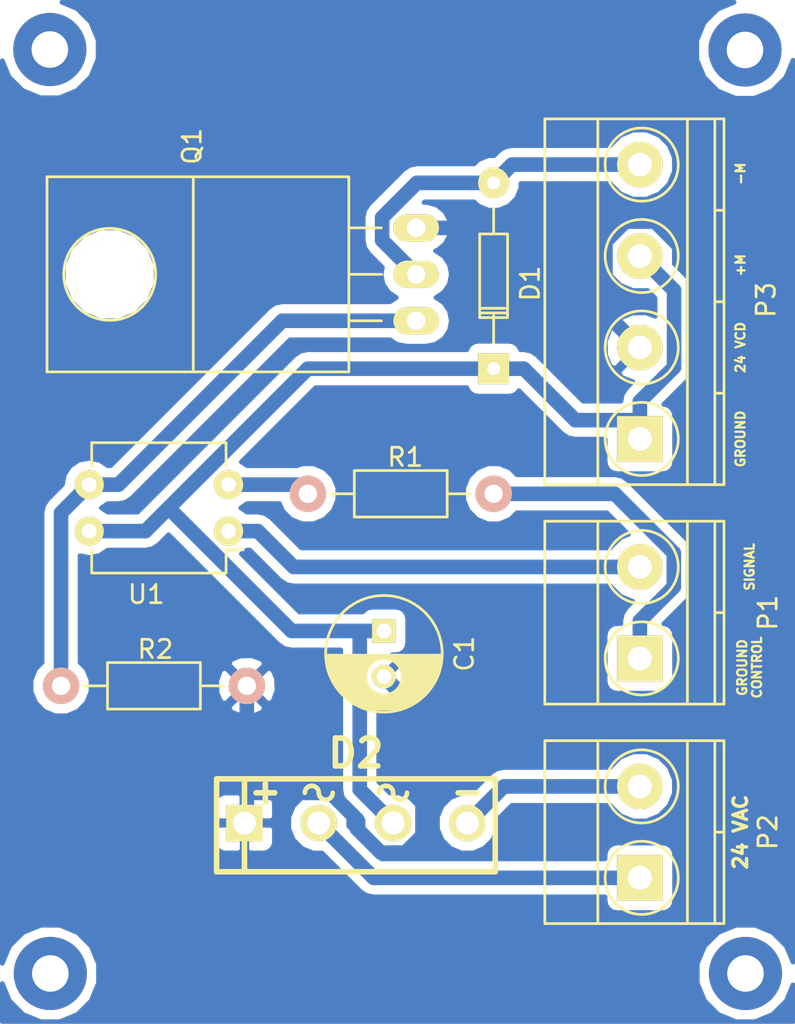
<source format=kicad_pcb>
(kicad_pcb (version 4) (host pcbnew 4.0.1-stable)

  (general
    (links 18)
    (no_connects 0)
    (area 189.180772 47 233.000001 103.000001)
    (thickness 1.6)
    (drawings 7)
    (tracks 66)
    (zones 0)
    (modules 14)
    (nets 10)
  )

  (page A4)
  (layers
    (0 F.Cu signal)
    (31 B.Cu signal)
    (32 B.Adhes user)
    (33 F.Adhes user)
    (34 B.Paste user)
    (35 F.Paste user)
    (36 B.SilkS user)
    (37 F.SilkS user)
    (38 B.Mask user)
    (39 F.Mask user)
    (40 Dwgs.User user)
    (41 Cmts.User user)
    (42 Eco1.User user)
    (43 Eco2.User user)
    (44 Edge.Cuts user)
    (45 Margin user)
    (46 B.CrtYd user)
    (47 F.CrtYd user)
    (48 B.Fab user)
    (49 F.Fab user)
  )

  (setup
    (last_trace_width 0.8)
    (trace_clearance 0.2)
    (zone_clearance 0.508)
    (zone_45_only no)
    (trace_min 0.4)
    (segment_width 0.2)
    (edge_width 0.15)
    (via_size 1.2)
    (via_drill 0.4)
    (via_min_size 0.4)
    (via_min_drill 0.3)
    (uvia_size 0.3)
    (uvia_drill 0.1)
    (uvias_allowed no)
    (uvia_min_size 0.2)
    (uvia_min_drill 0.1)
    (pcb_text_width 0.3)
    (pcb_text_size 1.5 1.5)
    (mod_edge_width 0.15)
    (mod_text_size 1 1)
    (mod_text_width 0.15)
    (pad_size 1.524 1.524)
    (pad_drill 0.762)
    (pad_to_mask_clearance 0.2)
    (aux_axis_origin 0 0)
    (visible_elements 7FFFFFFF)
    (pcbplotparams
      (layerselection 0x00030_80000001)
      (usegerberextensions false)
      (excludeedgelayer true)
      (linewidth 0.100000)
      (plotframeref false)
      (viasonmask false)
      (mode 1)
      (useauxorigin false)
      (hpglpennumber 1)
      (hpglpenspeed 20)
      (hpglpendiameter 15)
      (hpglpenoverlay 2)
      (psnegative false)
      (psa4output false)
      (plotreference true)
      (plotvalue true)
      (plotinvisibletext false)
      (padsonsilk false)
      (subtractmaskfromsilk false)
      (outputformat 1)
      (mirror false)
      (drillshape 1)
      (scaleselection 1)
      (outputdirectory ""))
  )

  (net 0 "")
  (net 1 GND)
  (net 2 MOTOR+)
  (net 3 MOTOR-)
  (net 4 "Net-(D2-Pad2)")
  (net 5 "Net-(D2-Pad4)")
  (net 6 GND_CTRL)
  (net 7 SIGNAL)
  (net 8 "Net-(Q1-Pad1)")
  (net 9 "Net-(R1-Pad1)")

  (net_class Default "Este es el tipo de red por defecto."
    (clearance 0.2)
    (trace_width 0.8)
    (via_dia 1.2)
    (via_drill 0.4)
    (uvia_dia 0.3)
    (uvia_drill 0.1)
    (add_net GND)
    (add_net GND_CTRL)
    (add_net MOTOR+)
    (add_net MOTOR-)
    (add_net "Net-(D2-Pad2)")
    (add_net "Net-(D2-Pad4)")
    (add_net "Net-(Q1-Pad1)")
    (add_net "Net-(R1-Pad1)")
    (add_net SIGNAL)
  )

  (module Capacitors_ThroughHole:C_Radial_D6.3_L11.2_P2.5 (layer F.Cu) (tedit 0) (tstamp 57B4EE83)
    (at 210.5 81.5 270)
    (descr "Radial Electrolytic Capacitor, Diameter 6.3mm x Length 11.2mm, Pitch 2.5mm")
    (tags "Electrolytic Capacitor")
    (path /57B4B02B)
    (fp_text reference C1 (at 1.25 -4.4 270) (layer F.SilkS)
      (effects (font (size 1 1) (thickness 0.15)))
    )
    (fp_text value 100uF (at 1 4.1 270) (layer F.Fab)
      (effects (font (size 1 1) (thickness 0.15)))
    )
    (fp_line (start 1.325 -3.149) (end 1.325 3.149) (layer F.SilkS) (width 0.15))
    (fp_line (start 1.465 -3.143) (end 1.465 3.143) (layer F.SilkS) (width 0.15))
    (fp_line (start 1.605 -3.13) (end 1.605 -0.446) (layer F.SilkS) (width 0.15))
    (fp_line (start 1.605 0.446) (end 1.605 3.13) (layer F.SilkS) (width 0.15))
    (fp_line (start 1.745 -3.111) (end 1.745 -0.656) (layer F.SilkS) (width 0.15))
    (fp_line (start 1.745 0.656) (end 1.745 3.111) (layer F.SilkS) (width 0.15))
    (fp_line (start 1.885 -3.085) (end 1.885 -0.789) (layer F.SilkS) (width 0.15))
    (fp_line (start 1.885 0.789) (end 1.885 3.085) (layer F.SilkS) (width 0.15))
    (fp_line (start 2.025 -3.053) (end 2.025 -0.88) (layer F.SilkS) (width 0.15))
    (fp_line (start 2.025 0.88) (end 2.025 3.053) (layer F.SilkS) (width 0.15))
    (fp_line (start 2.165 -3.014) (end 2.165 -0.942) (layer F.SilkS) (width 0.15))
    (fp_line (start 2.165 0.942) (end 2.165 3.014) (layer F.SilkS) (width 0.15))
    (fp_line (start 2.305 -2.968) (end 2.305 -0.981) (layer F.SilkS) (width 0.15))
    (fp_line (start 2.305 0.981) (end 2.305 2.968) (layer F.SilkS) (width 0.15))
    (fp_line (start 2.445 -2.915) (end 2.445 -0.998) (layer F.SilkS) (width 0.15))
    (fp_line (start 2.445 0.998) (end 2.445 2.915) (layer F.SilkS) (width 0.15))
    (fp_line (start 2.585 -2.853) (end 2.585 -0.996) (layer F.SilkS) (width 0.15))
    (fp_line (start 2.585 0.996) (end 2.585 2.853) (layer F.SilkS) (width 0.15))
    (fp_line (start 2.725 -2.783) (end 2.725 -0.974) (layer F.SilkS) (width 0.15))
    (fp_line (start 2.725 0.974) (end 2.725 2.783) (layer F.SilkS) (width 0.15))
    (fp_line (start 2.865 -2.704) (end 2.865 -0.931) (layer F.SilkS) (width 0.15))
    (fp_line (start 2.865 0.931) (end 2.865 2.704) (layer F.SilkS) (width 0.15))
    (fp_line (start 3.005 -2.616) (end 3.005 -0.863) (layer F.SilkS) (width 0.15))
    (fp_line (start 3.005 0.863) (end 3.005 2.616) (layer F.SilkS) (width 0.15))
    (fp_line (start 3.145 -2.516) (end 3.145 -0.764) (layer F.SilkS) (width 0.15))
    (fp_line (start 3.145 0.764) (end 3.145 2.516) (layer F.SilkS) (width 0.15))
    (fp_line (start 3.285 -2.404) (end 3.285 -0.619) (layer F.SilkS) (width 0.15))
    (fp_line (start 3.285 0.619) (end 3.285 2.404) (layer F.SilkS) (width 0.15))
    (fp_line (start 3.425 -2.279) (end 3.425 -0.38) (layer F.SilkS) (width 0.15))
    (fp_line (start 3.425 0.38) (end 3.425 2.279) (layer F.SilkS) (width 0.15))
    (fp_line (start 3.565 -2.136) (end 3.565 2.136) (layer F.SilkS) (width 0.15))
    (fp_line (start 3.705 -1.974) (end 3.705 1.974) (layer F.SilkS) (width 0.15))
    (fp_line (start 3.845 -1.786) (end 3.845 1.786) (layer F.SilkS) (width 0.15))
    (fp_line (start 3.985 -1.563) (end 3.985 1.563) (layer F.SilkS) (width 0.15))
    (fp_line (start 4.125 -1.287) (end 4.125 1.287) (layer F.SilkS) (width 0.15))
    (fp_line (start 4.265 -0.912) (end 4.265 0.912) (layer F.SilkS) (width 0.15))
    (fp_circle (center 2.5 0) (end 2.5 -1) (layer F.SilkS) (width 0.15))
    (fp_circle (center 1.25 0) (end 1.25 -3.1875) (layer F.SilkS) (width 0.15))
    (fp_circle (center 1.25 0) (end 1.25 -3.4) (layer F.CrtYd) (width 0.05))
    (pad 2 thru_hole circle (at 2.5 0 270) (size 1.3 1.3) (drill 0.8) (layers *.Cu *.Mask F.SilkS)
      (net 1 GND))
    (pad 1 thru_hole rect (at 0 0 270) (size 1.3 1.3) (drill 0.8) (layers *.Cu *.Mask F.SilkS)
      (net 2 MOTOR+))
    (model Capacitors_ThroughHole.3dshapes/C_Radial_D6.3_L11.2_P2.5.wrl
      (at (xyz 0 0 0))
      (scale (xyz 1 1 1))
      (rotate (xyz 0 0 0))
    )
  )

  (module Diodes_ThroughHole:Diode_DO-35_SOD27_Horizontal_RM10 (layer F.Cu) (tedit 552FFC30) (tstamp 57B4EE92)
    (at 216.503 67.1605 90)
    (descr "Diode, DO-35,  SOD27, Horizontal, RM 10mm")
    (tags "Diode, DO-35, SOD27, Horizontal, RM 10mm, 1N4148,")
    (path /576ACAE7)
    (fp_text reference D1 (at 4.6605 1.997 90) (layer F.SilkS)
      (effects (font (size 1 1) (thickness 0.15)))
    )
    (fp_text value 1N4001 (at 4.9605 -1.503 90) (layer F.Fab)
      (effects (font (size 1 1) (thickness 0.15)))
    )
    (fp_line (start 7.36652 -0.00254) (end 8.76352 -0.00254) (layer F.SilkS) (width 0.15))
    (fp_line (start 2.92152 -0.00254) (end 1.39752 -0.00254) (layer F.SilkS) (width 0.15))
    (fp_line (start 3.30252 -0.76454) (end 3.30252 0.75946) (layer F.SilkS) (width 0.15))
    (fp_line (start 3.04852 -0.76454) (end 3.04852 0.75946) (layer F.SilkS) (width 0.15))
    (fp_line (start 2.79452 -0.00254) (end 2.79452 0.75946) (layer F.SilkS) (width 0.15))
    (fp_line (start 2.79452 0.75946) (end 7.36652 0.75946) (layer F.SilkS) (width 0.15))
    (fp_line (start 7.36652 0.75946) (end 7.36652 -0.76454) (layer F.SilkS) (width 0.15))
    (fp_line (start 7.36652 -0.76454) (end 2.79452 -0.76454) (layer F.SilkS) (width 0.15))
    (fp_line (start 2.79452 -0.76454) (end 2.79452 -0.00254) (layer F.SilkS) (width 0.15))
    (pad 2 thru_hole circle (at 10.16052 -0.00254 270) (size 1.69926 1.69926) (drill 0.70104) (layers *.Cu *.Mask F.SilkS)
      (net 3 MOTOR-))
    (pad 1 thru_hole rect (at 0.00052 -0.00254 270) (size 1.69926 1.69926) (drill 0.70104) (layers *.Cu *.Mask F.SilkS)
      (net 2 MOTOR+))
    (model Diodes_ThroughHole.3dshapes/Diode_DO-35_SOD27_Horizontal_RM10.wrl
      (at (xyz 0.2 0 0))
      (scale (xyz 0.4 0.4 0.4))
      (rotate (xyz 0 0 180))
    )
  )

  (module w_pth_diodes:bridge_2KBP (layer F.Cu) (tedit 57B77E17) (tstamp 57B4EEAA)
    (at 208.968 92)
    (descr "diode bridge, 2KBP series")
    (path /57B4A7EA)
    (fp_text reference D2 (at 0 -3.81) (layer F.SilkS)
      (effects (font (thickness 0.3048)))
    )
    (fp_text value KPB206 (at 0 4.191) (layer F.Fab) hide
      (effects (font (thickness 0.3048)))
    )
    (fp_line (start 6.604 -1.651) (end 5.588 -1.651) (layer F.SilkS) (width 0.3048))
    (fp_line (start -4.445 -1.651) (end -5.461 -1.651) (layer F.SilkS) (width 0.3048))
    (fp_line (start -4.953 -2.159) (end -4.953 -1.143) (layer F.SilkS) (width 0.3048))
    (fp_line (start -6.096 -2.413) (end -6.096 2.667) (layer F.SilkS) (width 0.3048))
    (fp_line (start 7.62 2.667) (end -7.62 2.667) (layer F.SilkS) (width 0.3048))
    (fp_line (start -7.62 2.667) (end -7.62 -2.413) (layer F.SilkS) (width 0.3048))
    (fp_line (start -7.62 -2.413) (end 7.62 -2.413) (layer F.SilkS) (width 0.3048))
    (fp_line (start 7.62 -2.413) (end 7.62 2.667) (layer F.SilkS) (width 0.3048))
    (fp_arc (start -2.413 -1.651) (end -2.413 -2.032) (angle 90) (layer F.SilkS) (width 0.254))
    (fp_arc (start -2.413 -1.651) (end -2.794 -1.651) (angle 90) (layer F.SilkS) (width 0.254))
    (fp_arc (start -1.651 -1.651) (end -1.651 -1.27) (angle 90) (layer F.SilkS) (width 0.254))
    (fp_arc (start -1.651 -1.651) (end -1.27 -1.651) (angle 90) (layer F.SilkS) (width 0.254))
    (fp_arc (start 2.413 -1.651) (end 2.794 -1.651) (angle 90) (layer F.SilkS) (width 0.254))
    (fp_arc (start 2.413 -1.651) (end 2.413 -1.27) (angle 90) (layer F.SilkS) (width 0.254))
    (fp_arc (start 1.651 -1.651) (end 1.27 -1.651) (angle 90) (layer F.SilkS) (width 0.254))
    (fp_arc (start 1.651 -1.651) (end 1.651 -2.032) (angle 90) (layer F.SilkS) (width 0.254))
    (pad 1 thru_hole rect (at -6.096 0) (size 1.99898 1.99898) (drill 1.24968) (layers *.Cu *.Mask F.SilkS)
      (net 1 GND))
    (pad 2 thru_hole circle (at -2.032 0) (size 1.99898 1.99898) (drill 1.24968) (layers *.Cu *.Mask F.SilkS)
      (net 4 "Net-(D2-Pad2)"))
    (pad 3 thru_hole circle (at 2.032 0) (size 1.99898 1.99898) (drill 1.24968) (layers *.Cu *.Mask F.SilkS)
      (net 2 MOTOR+))
    (pad 4 thru_hole circle (at 6.096 0) (size 1.99898 1.99898) (drill 1.24968) (layers *.Cu *.Mask F.SilkS)
      (net 5 "Net-(D2-Pad4)"))
    (model walter/pth_diodes/db_2KBP.wrl
      (at (xyz 0 0 0))
      (scale (xyz 1 1 1))
      (rotate (xyz 0 0 0))
    )
    (model "../../../../../../Users/Eduardo Hernandez/Downloads/Librerias KiCad/pth_diodes/db_2KBP.wrl"
      (at (xyz 0 0 0))
      (scale (xyz 1 1 1))
      (rotate (xyz 0 0 0))
    )
  )

  (module Terminal_Blocks:TerminalBlock_Pheonix_MKDS1.5-2pol (layer F.Cu) (tedit 563007E4) (tstamp 57B4EEBE)
    (at 224.5 83 90)
    (descr "2-way 5mm pitch terminal block, Phoenix MKDS series")
    (path /576AE373)
    (fp_text reference P1 (at 2.5 7 90) (layer F.SilkS)
      (effects (font (size 1 1) (thickness 0.15)))
    )
    (fp_text value CONN_01X02 (at 2.5 -3.7 90) (layer F.Fab)
      (effects (font (size 1 1) (thickness 0.15)))
    )
    (fp_line (start -2.7 -5.4) (end 7.7 -5.4) (layer F.CrtYd) (width 0.05))
    (fp_line (start -2.7 4.8) (end -2.7 -5.4) (layer F.CrtYd) (width 0.05))
    (fp_line (start 7.7 4.8) (end -2.7 4.8) (layer F.CrtYd) (width 0.05))
    (fp_line (start 7.7 -5.4) (end 7.7 4.8) (layer F.CrtYd) (width 0.05))
    (fp_line (start 2.5 4.1) (end 2.5 4.6) (layer F.SilkS) (width 0.15))
    (fp_circle (center 5 0.1) (end 3 0.1) (layer F.SilkS) (width 0.15))
    (fp_circle (center 0 0.1) (end 2 0.1) (layer F.SilkS) (width 0.15))
    (fp_line (start -2.5 2.6) (end 7.5 2.6) (layer F.SilkS) (width 0.15))
    (fp_line (start -2.5 -2.3) (end 7.5 -2.3) (layer F.SilkS) (width 0.15))
    (fp_line (start -2.5 4.1) (end 7.5 4.1) (layer F.SilkS) (width 0.15))
    (fp_line (start -2.5 4.6) (end 7.5 4.6) (layer F.SilkS) (width 0.15))
    (fp_line (start 7.5 4.6) (end 7.5 -5.2) (layer F.SilkS) (width 0.15))
    (fp_line (start 7.5 -5.2) (end -2.5 -5.2) (layer F.SilkS) (width 0.15))
    (fp_line (start -2.5 -5.2) (end -2.5 4.6) (layer F.SilkS) (width 0.15))
    (pad 1 thru_hole rect (at 0 0 90) (size 2.5 2.5) (drill 1.3) (layers *.Cu *.Mask F.SilkS)
      (net 6 GND_CTRL))
    (pad 2 thru_hole circle (at 5 0 90) (size 2.5 2.5) (drill 1.3) (layers *.Cu *.Mask F.SilkS)
      (net 7 SIGNAL))
    (model Terminal_Blocks.3dshapes/TerminalBlock_Pheonix_MKDS1.5-2pol.wrl
      (at (xyz 0.0984 0 0))
      (scale (xyz 1 1 1))
      (rotate (xyz 0 0 0))
    )
  )

  (module Terminal_Blocks:TerminalBlock_Pheonix_MKDS1.5-2pol (layer F.Cu) (tedit 563007E4) (tstamp 57B4EED2)
    (at 224.5 95 90)
    (descr "2-way 5mm pitch terminal block, Phoenix MKDS series")
    (path /57B4B76A)
    (fp_text reference P2 (at 2.5 7 90) (layer F.SilkS)
      (effects (font (size 1 1) (thickness 0.15)))
    )
    (fp_text value CONN_01X02 (at 2.4 -3.8 90) (layer F.Fab)
      (effects (font (size 1 1) (thickness 0.15)))
    )
    (fp_line (start -2.7 -5.4) (end 7.7 -5.4) (layer F.CrtYd) (width 0.05))
    (fp_line (start -2.7 4.8) (end -2.7 -5.4) (layer F.CrtYd) (width 0.05))
    (fp_line (start 7.7 4.8) (end -2.7 4.8) (layer F.CrtYd) (width 0.05))
    (fp_line (start 7.7 -5.4) (end 7.7 4.8) (layer F.CrtYd) (width 0.05))
    (fp_line (start 2.5 4.1) (end 2.5 4.6) (layer F.SilkS) (width 0.15))
    (fp_circle (center 5 0.1) (end 3 0.1) (layer F.SilkS) (width 0.15))
    (fp_circle (center 0 0.1) (end 2 0.1) (layer F.SilkS) (width 0.15))
    (fp_line (start -2.5 2.6) (end 7.5 2.6) (layer F.SilkS) (width 0.15))
    (fp_line (start -2.5 -2.3) (end 7.5 -2.3) (layer F.SilkS) (width 0.15))
    (fp_line (start -2.5 4.1) (end 7.5 4.1) (layer F.SilkS) (width 0.15))
    (fp_line (start -2.5 4.6) (end 7.5 4.6) (layer F.SilkS) (width 0.15))
    (fp_line (start 7.5 4.6) (end 7.5 -5.2) (layer F.SilkS) (width 0.15))
    (fp_line (start 7.5 -5.2) (end -2.5 -5.2) (layer F.SilkS) (width 0.15))
    (fp_line (start -2.5 -5.2) (end -2.5 4.6) (layer F.SilkS) (width 0.15))
    (pad 1 thru_hole rect (at 0 0 90) (size 2.5 2.5) (drill 1.3) (layers *.Cu *.Mask F.SilkS)
      (net 4 "Net-(D2-Pad2)"))
    (pad 2 thru_hole circle (at 5 0 90) (size 2.5 2.5) (drill 1.3) (layers *.Cu *.Mask F.SilkS)
      (net 5 "Net-(D2-Pad4)"))
    (model Terminal_Blocks.3dshapes/TerminalBlock_Pheonix_MKDS1.5-2pol.wrl
      (at (xyz 0.0984 0 0))
      (scale (xyz 1 1 1))
      (rotate (xyz 0 0 0))
    )
  )

  (module Terminal_Blocks:TerminalBlock_Pheonix_MKDS1.5-4pol (layer F.Cu) (tedit 56300847) (tstamp 57B4EEEC)
    (at 224.5 71 90)
    (descr "4-way 5mm pitch terminal block, Phoenix MKDS series")
    (path /576B05B1)
    (fp_text reference P3 (at 7.6 6.9 90) (layer F.SilkS)
      (effects (font (size 1 1) (thickness 0.15)))
    )
    (fp_text value CONN_01X04 (at 7.5 -3.5 90) (layer F.Fab)
      (effects (font (size 1 1) (thickness 0.15)))
    )
    (fp_line (start -2.7 -5.4) (end 17.7 -5.4) (layer F.CrtYd) (width 0.05))
    (fp_line (start -2.7 4.8) (end -2.7 -5.4) (layer F.CrtYd) (width 0.05))
    (fp_line (start 17.7 4.8) (end -2.7 4.8) (layer F.CrtYd) (width 0.05))
    (fp_line (start 17.7 -5.4) (end 17.7 4.8) (layer F.CrtYd) (width 0.05))
    (fp_line (start 12.5 4.1) (end 12.5 4.6) (layer F.SilkS) (width 0.15))
    (fp_circle (center 15 0.1) (end 13 0.1) (layer F.SilkS) (width 0.15))
    (fp_circle (center 10 0.1) (end 8 0.1) (layer F.SilkS) (width 0.15))
    (fp_line (start 7.5 4.1) (end 7.5 4.6) (layer F.SilkS) (width 0.15))
    (fp_line (start 2.5 4.1) (end 2.5 4.6) (layer F.SilkS) (width 0.15))
    (fp_circle (center 5 0.1) (end 3 0.1) (layer F.SilkS) (width 0.15))
    (fp_circle (center 0 0.1) (end 2 0.1) (layer F.SilkS) (width 0.15))
    (fp_line (start -2.5 2.6) (end 17.5 2.6) (layer F.SilkS) (width 0.15))
    (fp_line (start -2.5 -2.3) (end 17.5 -2.3) (layer F.SilkS) (width 0.15))
    (fp_line (start -2.5 4.1) (end 17.5 4.1) (layer F.SilkS) (width 0.15))
    (fp_line (start -2.5 4.6) (end 17.5 4.6) (layer F.SilkS) (width 0.15))
    (fp_line (start 17.5 4.6) (end 17.5 -5.2) (layer F.SilkS) (width 0.15))
    (fp_line (start 17.5 -5.2) (end -2.5 -5.2) (layer F.SilkS) (width 0.15))
    (fp_line (start -2.5 -5.2) (end -2.5 4.6) (layer F.SilkS) (width 0.15))
    (pad 4 thru_hole circle (at 15 0 90) (size 2.5 2.5) (drill 1.3) (layers *.Cu *.Mask F.SilkS)
      (net 3 MOTOR-))
    (pad 3 thru_hole circle (at 10 0 90) (size 2.5 2.5) (drill 1.3) (layers *.Cu *.Mask F.SilkS)
      (net 2 MOTOR+))
    (pad 1 thru_hole rect (at 0 0 90) (size 2.5 2.5) (drill 1.3) (layers *.Cu *.Mask F.SilkS)
      (net 2 MOTOR+))
    (pad 2 thru_hole circle (at 5 0 90) (size 2.5 2.5) (drill 1.3) (layers *.Cu *.Mask F.SilkS)
      (net 1 GND))
    (model Terminal_Blocks.3dshapes/TerminalBlock_Pheonix_MKDS1.5-4pol.wrl
      (at (xyz 0.2953 0 0))
      (scale (xyz 1 1 1))
      (rotate (xyz 0 0 0))
    )
  )

  (module TO_SOT_Packages_THT:TO-220_Neutral123_Horizontal (layer F.Cu) (tedit 0) (tstamp 57B4EF00)
    (at 212.264 62 90)
    (descr "TO-220, Neutral, Horizontal,")
    (tags "TO-220, Neutral, Horizontal,")
    (path /576ACB5C)
    (fp_text reference Q1 (at 7 -12.264 90) (layer F.SilkS)
      (effects (font (size 1 1) (thickness 0.15)))
    )
    (fp_text value IRF540N (at -0.2 -21.064 90) (layer F.Fab)
      (effects (font (size 1 1) (thickness 0.15)))
    )
    (fp_circle (center 0 -16.764) (end 1.778 -14.986) (layer F.SilkS) (width 0.15))
    (fp_line (start -2.54 -3.683) (end -2.54 -1.905) (layer F.SilkS) (width 0.15))
    (fp_line (start 0 -3.683) (end 0 -1.905) (layer F.SilkS) (width 0.15))
    (fp_line (start 2.54 -3.683) (end 2.54 -1.905) (layer F.SilkS) (width 0.15))
    (fp_line (start 5.334 -12.192) (end 5.334 -20.193) (layer F.SilkS) (width 0.15))
    (fp_line (start 5.334 -20.193) (end -5.334 -20.193) (layer F.SilkS) (width 0.15))
    (fp_line (start -5.334 -20.193) (end -5.334 -12.192) (layer F.SilkS) (width 0.15))
    (fp_line (start 5.334 -3.683) (end 5.334 -12.192) (layer F.SilkS) (width 0.15))
    (fp_line (start 5.334 -12.192) (end -5.334 -12.192) (layer F.SilkS) (width 0.15))
    (fp_line (start -5.334 -12.192) (end -5.334 -3.683) (layer F.SilkS) (width 0.15))
    (fp_line (start 0 -3.683) (end -5.334 -3.683) (layer F.SilkS) (width 0.15))
    (fp_line (start 0 -3.683) (end 5.334 -3.683) (layer F.SilkS) (width 0.15))
    (pad 2 thru_hole oval (at 0 0 180) (size 2.49936 1.50114) (drill 1.00076) (layers *.Cu *.Mask F.SilkS)
      (net 3 MOTOR-))
    (pad 1 thru_hole oval (at -2.54 0 180) (size 2.49936 1.50114) (drill 1.00076) (layers *.Cu *.Mask F.SilkS)
      (net 8 "Net-(Q1-Pad1)"))
    (pad 3 thru_hole oval (at 2.54 0 180) (size 2.49936 1.50114) (drill 1.00076) (layers *.Cu *.Mask F.SilkS)
      (net 1 GND))
    (pad "" np_thru_hole circle (at 0 -16.764 180) (size 3.79984 3.79984) (drill 3.79984) (layers *.Cu *.Mask F.SilkS))
    (model TO_SOT_Packages_THT.3dshapes/TO-220_Neutral123_Horizontal.wrl
      (at (xyz 0 0 0))
      (scale (xyz 0.3937 0.3937 0.3937))
      (rotate (xyz 0 0 0))
    )
  )

  (module Resistors_ThroughHole:Resistor_Horizontal_RM10mm (layer F.Cu) (tedit 56648415) (tstamp 57B4EF10)
    (at 206.34 74)
    (descr "Resistor, Axial,  RM 10mm, 1/3W")
    (tags "Resistor Axial RM 10mm 1/3W")
    (path /576AAD86)
    (fp_text reference R1 (at 5.32892 -2) (layer F.SilkS)
      (effects (font (size 1 1) (thickness 0.15)))
    )
    (fp_text value 470 (at 5.16 2.4) (layer F.Fab)
      (effects (font (size 1 1) (thickness 0.15)))
    )
    (fp_line (start -1.25 -1.5) (end 11.4 -1.5) (layer F.CrtYd) (width 0.05))
    (fp_line (start -1.25 1.5) (end -1.25 -1.5) (layer F.CrtYd) (width 0.05))
    (fp_line (start 11.4 -1.5) (end 11.4 1.5) (layer F.CrtYd) (width 0.05))
    (fp_line (start -1.25 1.5) (end 11.4 1.5) (layer F.CrtYd) (width 0.05))
    (fp_line (start 2.54 -1.27) (end 7.62 -1.27) (layer F.SilkS) (width 0.15))
    (fp_line (start 7.62 -1.27) (end 7.62 1.27) (layer F.SilkS) (width 0.15))
    (fp_line (start 7.62 1.27) (end 2.54 1.27) (layer F.SilkS) (width 0.15))
    (fp_line (start 2.54 1.27) (end 2.54 -1.27) (layer F.SilkS) (width 0.15))
    (fp_line (start 2.54 0) (end 1.27 0) (layer F.SilkS) (width 0.15))
    (fp_line (start 7.62 0) (end 8.89 0) (layer F.SilkS) (width 0.15))
    (pad 1 thru_hole circle (at 0 0) (size 1.99898 1.99898) (drill 1.00076) (layers *.Cu *.SilkS *.Mask)
      (net 9 "Net-(R1-Pad1)"))
    (pad 2 thru_hole circle (at 10.16 0) (size 1.99898 1.99898) (drill 1.00076) (layers *.Cu *.SilkS *.Mask)
      (net 6 GND_CTRL))
    (model Resistors_ThroughHole.3dshapes/Resistor_Horizontal_RM10mm.wrl
      (at (xyz 0.2 0 0))
      (scale (xyz 0.4 0.4 0.4))
      (rotate (xyz 0 0 0))
    )
  )

  (module Resistors_ThroughHole:Resistor_Horizontal_RM10mm (layer F.Cu) (tedit 56648415) (tstamp 57B4EF20)
    (at 192.84 84.5)
    (descr "Resistor, Axial,  RM 10mm, 1/3W")
    (tags "Resistor Axial RM 10mm 1/3W")
    (path /576ACC33)
    (fp_text reference R2 (at 5.16 -2) (layer F.SilkS)
      (effects (font (size 1 1) (thickness 0.15)))
    )
    (fp_text value 10K (at 5.26 2.5) (layer F.Fab)
      (effects (font (size 1 1) (thickness 0.15)))
    )
    (fp_line (start -1.25 -1.5) (end 11.4 -1.5) (layer F.CrtYd) (width 0.05))
    (fp_line (start -1.25 1.5) (end -1.25 -1.5) (layer F.CrtYd) (width 0.05))
    (fp_line (start 11.4 -1.5) (end 11.4 1.5) (layer F.CrtYd) (width 0.05))
    (fp_line (start -1.25 1.5) (end 11.4 1.5) (layer F.CrtYd) (width 0.05))
    (fp_line (start 2.54 -1.27) (end 7.62 -1.27) (layer F.SilkS) (width 0.15))
    (fp_line (start 7.62 -1.27) (end 7.62 1.27) (layer F.SilkS) (width 0.15))
    (fp_line (start 7.62 1.27) (end 2.54 1.27) (layer F.SilkS) (width 0.15))
    (fp_line (start 2.54 1.27) (end 2.54 -1.27) (layer F.SilkS) (width 0.15))
    (fp_line (start 2.54 0) (end 1.27 0) (layer F.SilkS) (width 0.15))
    (fp_line (start 7.62 0) (end 8.89 0) (layer F.SilkS) (width 0.15))
    (pad 1 thru_hole circle (at 0 0) (size 1.99898 1.99898) (drill 1.00076) (layers *.Cu *.SilkS *.Mask)
      (net 8 "Net-(Q1-Pad1)"))
    (pad 2 thru_hole circle (at 10.16 0) (size 1.99898 1.99898) (drill 1.00076) (layers *.Cu *.SilkS *.Mask)
      (net 1 GND))
    (model Resistors_ThroughHole.3dshapes/Resistor_Horizontal_RM10mm.wrl
      (at (xyz 0.2 0 0))
      (scale (xyz 0.4 0.4 0.4))
      (rotate (xyz 0 0 0))
    )
  )

  (module Housings_DIP:DIP-4_W7.62mm (layer F.Cu) (tedit 54130A77) (tstamp 57B4EF33)
    (at 202 76.04 180)
    (descr "4-lead dip package, row spacing 7.62 mm (300 mils)")
    (tags "dil dip 2.54 300")
    (path /576AAC63)
    (fp_text reference U1 (at 4.5 -3.46 180) (layer F.SilkS)
      (effects (font (size 1 1) (thickness 0.15)))
    )
    (fp_text value PC817 (at 3.9 5.74 180) (layer F.Fab)
      (effects (font (size 1 1) (thickness 0.15)))
    )
    (fp_line (start -1.05 -2.45) (end -1.05 5) (layer F.CrtYd) (width 0.05))
    (fp_line (start 8.65 -2.45) (end 8.65 5) (layer F.CrtYd) (width 0.05))
    (fp_line (start -1.05 -2.45) (end 8.65 -2.45) (layer F.CrtYd) (width 0.05))
    (fp_line (start -1.05 5) (end 8.65 5) (layer F.CrtYd) (width 0.05))
    (fp_line (start 0.135 -2.295) (end 0.135 -1.025) (layer F.SilkS) (width 0.15))
    (fp_line (start 7.485 -2.295) (end 7.485 -1.025) (layer F.SilkS) (width 0.15))
    (fp_line (start 7.485 4.835) (end 7.485 3.565) (layer F.SilkS) (width 0.15))
    (fp_line (start 0.135 4.835) (end 0.135 3.565) (layer F.SilkS) (width 0.15))
    (fp_line (start 0.135 -2.295) (end 7.485 -2.295) (layer F.SilkS) (width 0.15))
    (fp_line (start 0.135 4.835) (end 7.485 4.835) (layer F.SilkS) (width 0.15))
    (fp_line (start 0.135 -1.025) (end -0.8 -1.025) (layer F.SilkS) (width 0.15))
    (pad 1 thru_hole oval (at 0 0 180) (size 1.6 1.6) (drill 0.8) (layers *.Cu *.Mask F.SilkS)
      (net 7 SIGNAL))
    (pad 2 thru_hole oval (at 0 2.54 180) (size 1.6 1.6) (drill 0.8) (layers *.Cu *.Mask F.SilkS)
      (net 9 "Net-(R1-Pad1)"))
    (pad 3 thru_hole oval (at 7.62 2.54 180) (size 1.6 1.6) (drill 0.8) (layers *.Cu *.Mask F.SilkS)
      (net 8 "Net-(Q1-Pad1)"))
    (pad 4 thru_hole oval (at 7.62 0 180) (size 1.6 1.6) (drill 0.8) (layers *.Cu *.Mask F.SilkS)
      (net 2 MOTOR+))
    (model Housings_DIP.3dshapes/DIP-4_W7.62mm.wrl
      (at (xyz 0 0 0))
      (scale (xyz 1 1 1))
      (rotate (xyz 0 0 0))
    )
  )

  (module kicad-libs-master:HOLE-M2-COND (layer F.Cu) (tedit 553BC967) (tstamp 57B79B58)
    (at 192.2272 49.7078)
    (fp_text reference HOLE-M2 (at 0.8 3) (layer F.SilkS) hide
      (effects (font (size 1 1) (thickness 0.15)))
    )
    (fp_text value VAL** (at 0 0) (layer F.SilkS) hide
      (effects (font (size 1 1) (thickness 0.15)))
    )
    (fp_circle (center 0 0) (end -2.2 0) (layer F.CrtYd) (width 0.05))
    (pad 1 smd circle (at 0 0) (size 4 4) (layers F.Cu F.Mask)
      (clearance 0.3) (zone_connect 2))
    (pad 1 smd circle (at 0 0) (size 4 4) (layers B.Cu B.Mask)
      (clearance 0.3) (zone_connect 2))
    (pad 1 thru_hole circle (at 0 0) (size 2 2) (drill 2) (layers *.Cu)
      (clearance 0.2) (zone_connect 2))
  )

  (module kicad-libs-master:HOLE-M2-COND (layer F.Cu) (tedit 553BC967) (tstamp 57B7A6AA)
    (at 192.2526 100.2284)
    (fp_text reference HOLE-M2 (at 1.7 -2.9) (layer F.SilkS) hide
      (effects (font (size 1 1) (thickness 0.15)))
    )
    (fp_text value VAL** (at 0 0) (layer F.SilkS) hide
      (effects (font (size 1 1) (thickness 0.15)))
    )
    (fp_circle (center 0 0) (end -2.2 0) (layer F.CrtYd) (width 0.05))
    (pad 1 smd circle (at 0 0) (size 4 4) (layers F.Cu F.Mask)
      (clearance 0.3) (zone_connect 2))
    (pad 1 smd circle (at 0 0) (size 4 4) (layers B.Cu B.Mask)
      (clearance 0.3) (zone_connect 2))
    (pad 1 thru_hole circle (at 0 0) (size 2 2) (drill 2) (layers *.Cu)
      (clearance 0.2) (zone_connect 2))
  )

  (module kicad-libs-master:HOLE-M2-COND (layer F.Cu) (tedit 553BC967) (tstamp 57B7A6BB)
    (at 230.251 49.7332)
    (fp_text reference HOLE-M2 (at -7.2 0.8) (layer F.SilkS) hide
      (effects (font (size 1 1) (thickness 0.15)))
    )
    (fp_text value VAL** (at 0 0) (layer F.SilkS) hide
      (effects (font (size 1 1) (thickness 0.15)))
    )
    (fp_circle (center 0 0) (end -2.2 0) (layer F.CrtYd) (width 0.05))
    (pad 1 smd circle (at 0 0) (size 4 4) (layers F.Cu F.Mask)
      (clearance 0.3) (zone_connect 2))
    (pad 1 smd circle (at 0 0) (size 4 4) (layers B.Cu B.Mask)
      (clearance 0.3) (zone_connect 2))
    (pad 1 thru_hole circle (at 0 0) (size 2 2) (drill 2) (layers *.Cu)
      (clearance 0.2) (zone_connect 2))
  )

  (module kicad-libs-master:HOLE-M2-COND (layer F.Cu) (tedit 553BC967) (tstamp 57B7A6C3)
    (at 230.2764 100.2284)
    (fp_text reference HOLE-M2 (at -6 -0.4) (layer F.SilkS) hide
      (effects (font (size 1 1) (thickness 0.15)))
    )
    (fp_text value VAL** (at 0 -1.2) (layer F.SilkS) hide
      (effects (font (size 1 1) (thickness 0.15)))
    )
    (fp_circle (center 0 0) (end -2.2 0) (layer F.CrtYd) (width 0.05))
    (pad 1 smd circle (at 0 0) (size 4 4) (layers F.Cu F.Mask)
      (clearance 0.3) (zone_connect 2))
    (pad 1 smd circle (at 0 0) (size 4 4) (layers B.Cu B.Mask)
      (clearance 0.3) (zone_connect 2))
    (pad 1 thru_hole circle (at 0 0) (size 2 2) (drill 2) (layers *.Cu)
      (clearance 0.2) (zone_connect 2))
  )

  (gr_text "24 VCD" (at 230 66 90) (layer F.SilkS)
    (effects (font (size 0.5 0.5) (thickness 0.125)))
  )
  (gr_text GROUND (at 230 71 90) (layer F.SilkS)
    (effects (font (size 0.5 0.5) (thickness 0.125)))
  )
  (gr_text "+M\n" (at 230 61.5 90) (layer F.SilkS)
    (effects (font (size 0.5 0.5) (thickness 0.125)))
  )
  (gr_text -M (at 230 56.5 90) (layer F.SilkS)
    (effects (font (size 0.5 0.5) (thickness 0.125)))
  )
  (gr_text "GROUND\nCONTROL" (at 230.5 83.5 90) (layer F.SilkS)
    (effects (font (size 0.5 0.5) (thickness 0.125)))
  )
  (gr_text SIGNAL (at 230.5 78 90) (layer F.SilkS)
    (effects (font (size 0.5 0.5) (thickness 0.125)))
  )
  (gr_text "24 VAC" (at 230 92.5 90) (layer F.SilkS)
    (effects (font (size 0.75 0.75) (thickness 0.1875)))
  )

  (segment (start 203 84.5) (end 203 90.3556) (width 0.8) (layer B.Cu) (net 1))
  (segment (start 203 91.872) (end 202.872 92) (width 0.8) (layer B.Cu) (net 1))
  (segment (start 203 90.3556) (end 203 91.872) (width 0.8) (layer B.Cu) (net 1))
  (segment (start 212.6084 92.6896) (end 212.6084 86.1084) (width 0.8) (layer B.Cu) (net 1))
  (segment (start 211.6765 93.6215) (end 212.6084 92.6896) (width 0.8) (layer B.Cu) (net 1))
  (segment (start 210.3326 93.6215) (end 211.6765 93.6215) (width 0.8) (layer B.Cu) (net 1))
  (segment (start 209.0306 92.3195) (end 210.3326 93.6215) (width 0.8) (layer B.Cu) (net 1))
  (segment (start 209.0306 91.8088) (end 209.0306 92.3195) (width 0.8) (layer B.Cu) (net 1))
  (segment (start 207.5774 90.3556) (end 209.0306 91.8088) (width 0.8) (layer B.Cu) (net 1))
  (segment (start 203 90.3556) (end 207.5774 90.3556) (width 0.8) (layer B.Cu) (net 1))
  (segment (start 212.6084 86.1084) (end 210.5 84) (width 0.8) (layer B.Cu) (net 1))
  (segment (start 215.0632 60.2094) (end 222.6158 60.2094) (width 0.8) (layer B.Cu) (net 1))
  (segment (start 214.3138 59.46) (end 215.0632 60.2094) (width 0.8) (layer B.Cu) (net 1))
  (segment (start 222.6158 64.1158) (end 222.6158 60.2094) (width 0.8) (layer B.Cu) (net 1))
  (segment (start 224.5 66) (end 222.6158 64.1158) (width 0.8) (layer B.Cu) (net 1))
  (segment (start 224.8041 86.1084) (end 212.6084 86.1084) (width 0.8) (layer B.Cu) (net 1))
  (segment (start 227.414 83.4985) (end 224.8041 86.1084) (width 0.8) (layer B.Cu) (net 1))
  (segment (start 227.414 61.209) (end 227.414 83.4985) (width 0.8) (layer B.Cu) (net 1))
  (segment (start 225.322 59.117) (end 227.414 61.209) (width 0.8) (layer B.Cu) (net 1))
  (segment (start 223.7082 59.117) (end 225.322 59.117) (width 0.8) (layer B.Cu) (net 1))
  (segment (start 222.6158 60.2094) (end 223.7082 59.117) (width 0.8) (layer B.Cu) (net 1))
  (segment (start 212.264 59.46) (end 214.3138 59.46) (width 0.8) (layer B.Cu) (net 1))
  (segment (start 224.5 71) (end 224.5 69.975) (width 0.8) (layer B.Cu) (net 2))
  (segment (start 224.5 69.975) (end 224.5 68.95) (width 0.8) (layer B.Cu) (net 2))
  (segment (start 220.9651 69.975) (end 218.1501 67.16) (width 0.8) (layer B.Cu) (net 2))
  (segment (start 224.5 69.975) (end 220.9651 69.975) (width 0.8) (layer B.Cu) (net 2))
  (segment (start 216.7622 67.16) (end 218.1501 67.16) (width 0.8) (layer B.Cu) (net 2))
  (segment (start 226.3701 67.0799) (end 224.5 68.95) (width 0.8) (layer B.Cu) (net 2))
  (segment (start 226.3701 62.8701) (end 226.3701 67.0799) (width 0.8) (layer B.Cu) (net 2))
  (segment (start 224.5 61) (end 226.3701 62.8701) (width 0.8) (layer B.Cu) (net 2))
  (segment (start 209.177 90.177) (end 209.177 81.5) (width 0.8) (layer B.Cu) (net 2))
  (segment (start 211 92) (end 209.177 90.177) (width 0.8) (layer B.Cu) (net 2))
  (segment (start 209.177 81.5) (end 210.5 81.5) (width 0.8) (layer B.Cu) (net 2))
  (segment (start 194.38 76.04) (end 195.98 76.04) (width 0.8) (layer B.Cu) (net 2))
  (segment (start 216.7622 67.16) (end 216.5005 67.16) (width 0.8) (layer B.Cu) (net 2))
  (segment (start 205.4515 81.5) (end 209.177 81.5) (width 0.8) (layer B.Cu) (net 2))
  (segment (start 198.723 74.7714) (end 205.4515 81.5) (width 0.8) (layer B.Cu) (net 2))
  (segment (start 206.3344 67.16) (end 198.723 74.7714) (width 0.8) (layer B.Cu) (net 2))
  (segment (start 216.5005 67.16) (end 206.3344 67.16) (width 0.8) (layer B.Cu) (net 2))
  (segment (start 197.4544 76.04) (end 195.98 76.04) (width 0.8) (layer B.Cu) (net 2))
  (segment (start 198.723 74.7714) (end 197.4544 76.04) (width 0.8) (layer B.Cu) (net 2))
  (segment (start 217.5005 56) (end 216.5005 57) (width 0.8) (layer B.Cu) (net 3))
  (segment (start 224.5 56) (end 217.5005 56) (width 0.8) (layer B.Cu) (net 3))
  (segment (start 212.3002 57) (end 216.5005 57) (width 0.8) (layer B.Cu) (net 3))
  (segment (start 210.4035 58.8967) (end 212.3002 57) (width 0.8) (layer B.Cu) (net 3))
  (segment (start 210.4035 60.1395) (end 210.4035 58.8967) (width 0.8) (layer B.Cu) (net 3))
  (segment (start 212.264 62) (end 210.4035 60.1395) (width 0.8) (layer B.Cu) (net 3))
  (segment (start 209.936 95) (end 224.5 95) (width 0.8) (layer B.Cu) (net 4))
  (segment (start 206.936 92) (end 209.936 95) (width 0.8) (layer B.Cu) (net 4))
  (segment (start 217.064 90) (end 215.064 92) (width 0.8) (layer B.Cu) (net 5))
  (segment (start 224.5 90) (end 217.064 90) (width 0.8) (layer B.Cu) (net 5))
  (segment (start 226.3538 79.0962) (end 224.5 80.95) (width 0.8) (layer B.Cu) (net 6))
  (segment (start 226.3538 77.2314) (end 226.3538 79.0962) (width 0.8) (layer B.Cu) (net 6))
  (segment (start 223.1224 74) (end 226.3538 77.2314) (width 0.8) (layer B.Cu) (net 6))
  (segment (start 216.5 74) (end 223.1224 74) (width 0.8) (layer B.Cu) (net 6))
  (segment (start 224.5 83) (end 224.5 80.95) (width 0.8) (layer B.Cu) (net 6))
  (segment (start 205.56 78) (end 224.5 78) (width 0.8) (layer B.Cu) (net 7))
  (segment (start 203.6 76.04) (end 205.56 78) (width 0.8) (layer B.Cu) (net 7))
  (segment (start 202 76.04) (end 203.6 76.04) (width 0.8) (layer B.Cu) (net 7))
  (segment (start 192.84 75.04) (end 194.38 73.5) (width 0.8) (layer B.Cu) (net 8))
  (segment (start 192.84 84.5) (end 192.84 75.04) (width 0.8) (layer B.Cu) (net 8))
  (segment (start 204.94 64.54) (end 212.264 64.54) (width 0.8) (layer B.Cu) (net 8))
  (segment (start 195.98 73.5) (end 204.94 64.54) (width 0.8) (layer B.Cu) (net 8))
  (segment (start 194.38 73.5) (end 195.98 73.5) (width 0.8) (layer B.Cu) (net 8))
  (segment (start 205.84 73.5) (end 206.34 74) (width 0.8) (layer B.Cu) (net 9))
  (segment (start 202 73.5) (end 205.84 73.5) (width 0.8) (layer B.Cu) (net 9))

  (zone (net 1) (net_name GND) (layer B.Cu) (tstamp 0) (hatch edge 0.508)
    (connect_pads (clearance 0.508))
    (min_thickness 0.254)
    (fill yes (arc_segments 16) (thermal_gap 0.508) (thermal_bridge_width 0.508))
    (polygon
      (pts
        (xy 189.5 103) (xy 233 103) (xy 233 47) (xy 189.5 47)
      )
    )
    (filled_polygon
      (pts
        (xy 228.760342 47.498053) (xy 228.018458 48.238643) (xy 227.616458 49.206767) (xy 227.615543 50.255034) (xy 228.015853 51.223858)
        (xy 228.756443 51.965742) (xy 229.724567 52.367742) (xy 230.772834 52.368657) (xy 231.741658 51.968347) (xy 232.483542 51.227757)
        (xy 232.873 50.289838) (xy 232.873 99.612525) (xy 232.511547 98.737742) (xy 231.770957 97.995858) (xy 230.802833 97.593858)
        (xy 229.754566 97.592943) (xy 228.785742 97.993253) (xy 228.043858 98.733843) (xy 227.641858 99.701967) (xy 227.640943 100.750234)
        (xy 228.041253 101.719058) (xy 228.781843 102.460942) (xy 229.749967 102.862942) (xy 230.798234 102.863857) (xy 231.767058 102.463547)
        (xy 232.508942 101.722957) (xy 232.873 100.846208) (xy 232.873 102.873) (xy 189.627 102.873) (xy 189.627 100.77409)
        (xy 190.017453 101.719058) (xy 190.758043 102.460942) (xy 191.726167 102.862942) (xy 192.774434 102.863857) (xy 193.743258 102.463547)
        (xy 194.485142 101.722957) (xy 194.887142 100.754833) (xy 194.888057 99.706566) (xy 194.487747 98.737742) (xy 193.747157 97.995858)
        (xy 192.779033 97.593858) (xy 191.730766 97.592943) (xy 190.761942 97.993253) (xy 190.020058 98.733843) (xy 189.627 99.680432)
        (xy 189.627 92.28575) (xy 201.23751 92.28575) (xy 201.23751 93.1258) (xy 201.334183 93.359189) (xy 201.512812 93.537817)
        (xy 201.746201 93.63449) (xy 202.58625 93.63449) (xy 202.745 93.47574) (xy 202.745 92.127) (xy 202.999 92.127)
        (xy 202.999 93.47574) (xy 203.15775 93.63449) (xy 203.997799 93.63449) (xy 204.231188 93.537817) (xy 204.409817 93.359189)
        (xy 204.50649 93.1258) (xy 204.50649 92.323694) (xy 205.301226 92.323694) (xy 205.549538 92.924655) (xy 206.008927 93.384846)
        (xy 206.609453 93.634206) (xy 207.106929 93.634641) (xy 209.204142 95.731853) (xy 209.204144 95.731856) (xy 209.539923 95.956215)
        (xy 209.936 96.035001) (xy 209.936005 96.035) (xy 222.60256 96.035) (xy 222.60256 96.25) (xy 222.646838 96.485317)
        (xy 222.78591 96.701441) (xy 222.99811 96.846431) (xy 223.25 96.89744) (xy 225.75 96.89744) (xy 225.985317 96.853162)
        (xy 226.201441 96.71409) (xy 226.346431 96.50189) (xy 226.39744 96.25) (xy 226.39744 93.75) (xy 226.353162 93.514683)
        (xy 226.21409 93.298559) (xy 226.00189 93.153569) (xy 225.75 93.10256) (xy 223.25 93.10256) (xy 223.014683 93.146838)
        (xy 222.798559 93.28591) (xy 222.653569 93.49811) (xy 222.60256 93.75) (xy 222.60256 93.965) (xy 210.364711 93.965)
        (xy 208.570342 92.17063) (xy 208.570774 91.676306) (xy 208.322462 91.075345) (xy 207.863073 90.615154) (xy 207.262547 90.365794)
        (xy 206.612306 90.365226) (xy 206.011345 90.613538) (xy 205.551154 91.072927) (xy 205.301794 91.673453) (xy 205.301226 92.323694)
        (xy 204.50649 92.323694) (xy 204.50649 92.28575) (xy 204.34774 92.127) (xy 202.999 92.127) (xy 202.745 92.127)
        (xy 201.39626 92.127) (xy 201.23751 92.28575) (xy 189.627 92.28575) (xy 189.627 90.8742) (xy 201.23751 90.8742)
        (xy 201.23751 91.71425) (xy 201.39626 91.873) (xy 202.745 91.873) (xy 202.745 90.52426) (xy 202.999 90.52426)
        (xy 202.999 91.873) (xy 204.34774 91.873) (xy 204.50649 91.71425) (xy 204.50649 90.8742) (xy 204.409817 90.640811)
        (xy 204.231188 90.462183) (xy 203.997799 90.36551) (xy 203.15775 90.36551) (xy 202.999 90.52426) (xy 202.745 90.52426)
        (xy 202.58625 90.36551) (xy 201.746201 90.36551) (xy 201.512812 90.462183) (xy 201.334183 90.640811) (xy 201.23751 90.8742)
        (xy 189.627 90.8742) (xy 189.627 84.823694) (xy 191.205226 84.823694) (xy 191.453538 85.424655) (xy 191.912927 85.884846)
        (xy 192.513453 86.134206) (xy 193.163694 86.134774) (xy 193.764655 85.886462) (xy 193.999363 85.652163) (xy 202.027443 85.652163)
        (xy 202.126042 85.918965) (xy 202.735582 86.145401) (xy 203.385377 86.121341) (xy 203.873958 85.918965) (xy 203.972557 85.652163)
        (xy 203 84.679605) (xy 202.027443 85.652163) (xy 193.999363 85.652163) (xy 194.224846 85.427073) (xy 194.474206 84.826547)
        (xy 194.474722 84.235582) (xy 201.354599 84.235582) (xy 201.378659 84.885377) (xy 201.581035 85.373958) (xy 201.847837 85.472557)
        (xy 202.820395 84.5) (xy 203.179605 84.5) (xy 204.152163 85.472557) (xy 204.418965 85.373958) (xy 204.645401 84.764418)
        (xy 204.621341 84.114623) (xy 204.418965 83.626042) (xy 204.152163 83.527443) (xy 203.179605 84.5) (xy 202.820395 84.5)
        (xy 201.847837 83.527443) (xy 201.581035 83.626042) (xy 201.354599 84.235582) (xy 194.474722 84.235582) (xy 194.474774 84.176306)
        (xy 194.226462 83.575345) (xy 193.999351 83.347837) (xy 202.027443 83.347837) (xy 203 84.320395) (xy 203.972557 83.347837)
        (xy 203.873958 83.081035) (xy 203.264418 82.854599) (xy 202.614623 82.878659) (xy 202.126042 83.081035) (xy 202.027443 83.347837)
        (xy 193.999351 83.347837) (xy 193.875 83.223269) (xy 193.875 77.380141) (xy 194.351887 77.475) (xy 194.408113 77.475)
        (xy 194.957264 77.365767) (xy 195.392427 77.075) (xy 197.454395 77.075) (xy 197.4544 77.075001) (xy 197.850477 76.996215)
        (xy 198.186256 76.771856) (xy 198.722995 76.235117) (xy 204.719639 82.23185) (xy 204.719641 82.231851) (xy 204.719644 82.231856)
        (xy 204.925543 82.369433) (xy 205.055416 82.456212) (xy 205.05542 82.456213) (xy 205.055423 82.456215) (xy 205.2146 82.487877)
        (xy 205.451493 82.535001) (xy 205.451499 82.535) (xy 208.142 82.535) (xy 208.142 90.176995) (xy 208.141999 90.177)
        (xy 208.220785 90.573077) (xy 208.445144 90.908856) (xy 209.365658 91.829369) (xy 209.365226 92.323694) (xy 209.613538 92.924655)
        (xy 210.072927 93.384846) (xy 210.673453 93.634206) (xy 211.323694 93.634774) (xy 211.924655 93.386462) (xy 212.384846 92.927073)
        (xy 212.634206 92.326547) (xy 212.634208 92.323694) (xy 213.429226 92.323694) (xy 213.677538 92.924655) (xy 214.136927 93.384846)
        (xy 214.737453 93.634206) (xy 215.387694 93.634774) (xy 215.988655 93.386462) (xy 216.448846 92.927073) (xy 216.698206 92.326547)
        (xy 216.698641 91.829071) (xy 217.492711 91.035) (xy 222.88808 91.035) (xy 222.901043 91.066372) (xy 223.430839 91.597093)
        (xy 224.123405 91.884672) (xy 224.873305 91.885326) (xy 225.566372 91.598957) (xy 226.097093 91.069161) (xy 226.384672 90.376595)
        (xy 226.385326 89.626695) (xy 226.098957 88.933628) (xy 225.569161 88.402907) (xy 224.876595 88.115328) (xy 224.126695 88.114674)
        (xy 223.433628 88.401043) (xy 222.902907 88.930839) (xy 222.888722 88.965) (xy 217.064005 88.965) (xy 217.064 88.964999)
        (xy 216.667923 89.043785) (xy 216.332144 89.268144) (xy 216.332142 89.268147) (xy 215.234631 90.365658) (xy 214.740306 90.365226)
        (xy 214.139345 90.613538) (xy 213.679154 91.072927) (xy 213.429794 91.673453) (xy 213.429226 92.323694) (xy 212.634208 92.323694)
        (xy 212.634774 91.676306) (xy 212.386462 91.075345) (xy 211.927073 90.615154) (xy 211.326547 90.365794) (xy 210.829071 90.365359)
        (xy 210.212 89.748288) (xy 210.212 85.26036) (xy 210.319078 85.297622) (xy 210.829428 85.268083) (xy 211.163729 85.129611)
        (xy 211.21941 84.899016) (xy 210.5 84.179605) (xy 210.485858 84.193748) (xy 210.306253 84.014143) (xy 210.320395 84)
        (xy 210.679605 84) (xy 211.399016 84.71941) (xy 211.629611 84.663729) (xy 211.797622 84.180922) (xy 211.768083 83.670572)
        (xy 211.629611 83.336271) (xy 211.399016 83.28059) (xy 210.679605 84) (xy 210.320395 84) (xy 210.306253 83.985858)
        (xy 210.485858 83.806253) (xy 210.5 83.820395) (xy 211.21941 83.100984) (xy 211.163729 82.870389) (xy 210.954098 82.79744)
        (xy 211.15 82.79744) (xy 211.385317 82.753162) (xy 211.601441 82.61409) (xy 211.746431 82.40189) (xy 211.79744 82.15)
        (xy 211.79744 80.85) (xy 211.753162 80.614683) (xy 211.61409 80.398559) (xy 211.40189 80.253569) (xy 211.15 80.20256)
        (xy 209.85 80.20256) (xy 209.614683 80.246838) (xy 209.398559 80.38591) (xy 209.344519 80.465) (xy 205.880216 80.465)
        (xy 202.699413 77.28415) (xy 203.012427 77.075) (xy 203.171288 77.075) (xy 204.828142 78.731853) (xy 204.828144 78.731856)
        (xy 205.163923 78.956215) (xy 205.56 79.035001) (xy 205.560005 79.035) (xy 222.88808 79.035) (xy 222.901043 79.066372)
        (xy 223.430839 79.597093) (xy 224.108009 79.878279) (xy 223.768144 80.218144) (xy 223.543785 80.553923) (xy 223.464999 80.95)
        (xy 223.465 80.950005) (xy 223.465 81.10256) (xy 223.25 81.10256) (xy 223.014683 81.146838) (xy 222.798559 81.28591)
        (xy 222.653569 81.49811) (xy 222.60256 81.75) (xy 222.60256 84.25) (xy 222.646838 84.485317) (xy 222.78591 84.701441)
        (xy 222.99811 84.846431) (xy 223.25 84.89744) (xy 225.75 84.89744) (xy 225.985317 84.853162) (xy 226.201441 84.71409)
        (xy 226.346431 84.50189) (xy 226.39744 84.25) (xy 226.39744 81.75) (xy 226.353162 81.514683) (xy 226.21409 81.298559)
        (xy 226.00189 81.153569) (xy 225.800854 81.112858) (xy 227.085653 79.828058) (xy 227.085656 79.828056) (xy 227.310015 79.492277)
        (xy 227.388801 79.0962) (xy 227.3888 79.096195) (xy 227.3888 77.231405) (xy 227.388801 77.2314) (xy 227.310015 76.835323)
        (xy 227.145529 76.589151) (xy 227.085656 76.499544) (xy 227.085653 76.499542) (xy 223.854256 73.268144) (xy 223.518477 73.043785)
        (xy 223.1224 72.964999) (xy 223.122395 72.965) (xy 217.776309 72.965) (xy 217.427073 72.615154) (xy 216.826547 72.365794)
        (xy 216.176306 72.365226) (xy 215.575345 72.613538) (xy 215.115154 73.072927) (xy 214.865794 73.673453) (xy 214.865226 74.323694)
        (xy 215.113538 74.924655) (xy 215.572927 75.384846) (xy 216.173453 75.634206) (xy 216.823694 75.634774) (xy 217.424655 75.386462)
        (xy 217.776731 75.035) (xy 222.693688 75.035) (xy 223.87667 76.217982) (xy 223.433628 76.401043) (xy 222.902907 76.930839)
        (xy 222.888722 76.965) (xy 205.988711 76.965) (xy 204.331856 75.308144) (xy 203.996077 75.083785) (xy 203.6 75.004999)
        (xy 203.599995 75.005) (xy 203.012427 75.005) (xy 202.660725 74.77) (xy 203.012427 74.535) (xy 204.792536 74.535)
        (xy 204.953538 74.924655) (xy 205.412927 75.384846) (xy 206.013453 75.634206) (xy 206.663694 75.634774) (xy 207.264655 75.386462)
        (xy 207.724846 74.927073) (xy 207.974206 74.326547) (xy 207.974774 73.676306) (xy 207.726462 73.075345) (xy 207.267073 72.615154)
        (xy 206.666547 72.365794) (xy 206.016306 72.365226) (xy 205.774834 72.465) (xy 203.012427 72.465) (xy 202.70112 72.256991)
        (xy 206.763111 68.195) (xy 215.038274 68.195) (xy 215.047668 68.244927) (xy 215.18674 68.461051) (xy 215.39894 68.606041)
        (xy 215.65083 68.65705) (xy 217.35009 68.65705) (xy 217.585407 68.612772) (xy 217.801531 68.4737) (xy 217.882129 68.355741)
        (xy 220.233242 70.706853) (xy 220.233244 70.706856) (xy 220.434529 70.841349) (xy 220.569022 70.931215) (xy 220.9651 71.010001)
        (xy 220.965105 71.01) (xy 222.60256 71.01) (xy 222.60256 72.25) (xy 222.646838 72.485317) (xy 222.78591 72.701441)
        (xy 222.99811 72.846431) (xy 223.25 72.89744) (xy 225.75 72.89744) (xy 225.985317 72.853162) (xy 226.201441 72.71409)
        (xy 226.346431 72.50189) (xy 226.39744 72.25) (xy 226.39744 69.75) (xy 226.353162 69.514683) (xy 226.21409 69.298559)
        (xy 226.00189 69.153569) (xy 225.800854 69.112858) (xy 227.101953 67.811758) (xy 227.101956 67.811756) (xy 227.326315 67.475977)
        (xy 227.405101 67.0799) (xy 227.4051 67.079895) (xy 227.4051 62.870105) (xy 227.405101 62.8701) (xy 227.326315 62.474023)
        (xy 227.274233 62.396077) (xy 227.101956 62.138244) (xy 227.101953 62.138242) (xy 226.371655 61.407944) (xy 226.384672 61.376595)
        (xy 226.385326 60.626695) (xy 226.098957 59.933628) (xy 225.569161 59.402907) (xy 224.876595 59.115328) (xy 224.126695 59.114674)
        (xy 223.433628 59.401043) (xy 222.902907 59.930839) (xy 222.615328 60.623405) (xy 222.614674 61.373305) (xy 222.901043 62.066372)
        (xy 223.430839 62.597093) (xy 224.123405 62.884672) (xy 224.873305 62.885326) (xy 224.90749 62.871201) (xy 225.3351 63.298811)
        (xy 225.3351 64.301333) (xy 224.824194 64.105612) (xy 224.074565 64.12575) (xy 223.475533 64.373877) (xy 223.346285 64.66668)
        (xy 224.5 65.820395) (xy 224.514143 65.806253) (xy 224.693748 65.985858) (xy 224.679605 66) (xy 224.693748 66.014143)
        (xy 224.514143 66.193748) (xy 224.5 66.179605) (xy 223.346285 67.33332) (xy 223.475533 67.626123) (xy 224.11514 67.871148)
        (xy 223.768144 68.218144) (xy 223.543785 68.553923) (xy 223.466988 68.94) (xy 221.393811 68.94) (xy 218.881956 66.428144)
        (xy 218.546177 66.203785) (xy 218.1501 66.124999) (xy 218.150095 66.125) (xy 217.962654 66.125) (xy 217.953252 66.075033)
        (xy 217.81418 65.858909) (xy 217.60198 65.713919) (xy 217.413773 65.675806) (xy 222.605612 65.675806) (xy 222.62575 66.425435)
        (xy 222.873877 67.024467) (xy 223.16668 67.153715) (xy 224.320395 66) (xy 223.16668 64.846285) (xy 222.873877 64.975533)
        (xy 222.605612 65.675806) (xy 217.413773 65.675806) (xy 217.35009 65.66291) (xy 215.65083 65.66291) (xy 215.415513 65.707188)
        (xy 215.199389 65.84626) (xy 215.054399 66.05846) (xy 215.040924 66.125) (xy 206.334405 66.125) (xy 206.3344 66.124999)
        (xy 205.938323 66.203785) (xy 205.602544 66.428144) (xy 205.602542 66.428147) (xy 197.991144 74.039544) (xy 197.991142 74.039547)
        (xy 197.025688 75.005) (xy 195.392427 75.005) (xy 195.040725 74.77) (xy 195.392427 74.535) (xy 195.979995 74.535)
        (xy 195.98 74.535001) (xy 196.376077 74.456215) (xy 196.711856 74.231856) (xy 205.368711 65.575) (xy 210.830914 65.575)
        (xy 211.197732 65.8201) (xy 211.727967 65.92557) (xy 212.800033 65.92557) (xy 213.330268 65.8201) (xy 213.779779 65.519746)
        (xy 214.080133 65.070235) (xy 214.185603 64.54) (xy 214.080133 64.009765) (xy 213.779779 63.560254) (xy 213.345384 63.27)
        (xy 213.779779 62.979746) (xy 214.080133 62.530235) (xy 214.185603 62) (xy 214.080133 61.469765) (xy 213.779779 61.020254)
        (xy 213.330268 60.7199) (xy 213.320968 60.71805) (xy 213.410677 60.691499) (xy 213.832658 60.349944) (xy 214.09181 59.872903)
        (xy 214.105993 59.801275) (xy 213.983339 59.587) (xy 212.391 59.587) (xy 212.391 59.607) (xy 212.137 59.607)
        (xy 212.137 59.587) (xy 212.117 59.587) (xy 212.117 59.333) (xy 212.137 59.333) (xy 212.137 59.313)
        (xy 212.391 59.313) (xy 212.391 59.333) (xy 213.983339 59.333) (xy 214.105993 59.118725) (xy 214.09181 59.047097)
        (xy 213.832658 58.570056) (xy 213.410677 58.228501) (xy 212.89011 58.07443) (xy 212.689481 58.07443) (xy 212.728911 58.035)
        (xy 215.435921 58.035) (xy 215.658386 58.257854) (xy 216.203853 58.484352) (xy 216.794476 58.484868) (xy 217.340337 58.259322)
        (xy 217.758334 57.842054) (xy 217.984832 57.296587) (xy 217.985061 57.035) (xy 222.88808 57.035) (xy 222.901043 57.066372)
        (xy 223.430839 57.597093) (xy 224.123405 57.884672) (xy 224.873305 57.885326) (xy 225.566372 57.598957) (xy 226.097093 57.069161)
        (xy 226.384672 56.376595) (xy 226.385326 55.626695) (xy 226.098957 54.933628) (xy 225.569161 54.402907) (xy 224.876595 54.115328)
        (xy 224.126695 54.114674) (xy 223.433628 54.401043) (xy 222.902907 54.930839) (xy 222.888722 54.965) (xy 217.500505 54.965)
        (xy 217.5005 54.964999) (xy 217.104423 55.043785) (xy 216.768644 55.268144) (xy 216.768642 55.268147) (xy 216.521422 55.515367)
        (xy 216.206444 55.515092) (xy 215.660583 55.740638) (xy 215.435829 55.965) (xy 212.300205 55.965) (xy 212.3002 55.964999)
        (xy 211.904123 56.043785) (xy 211.568344 56.268144) (xy 211.568342 56.268147) (xy 209.671644 58.164844) (xy 209.447285 58.500623)
        (xy 209.368499 58.8967) (xy 209.3685 58.896705) (xy 209.3685 60.139495) (xy 209.368499 60.1395) (xy 209.447285 60.535577)
        (xy 209.671644 60.871356) (xy 210.418366 61.618077) (xy 210.342397 62) (xy 210.447867 62.530235) (xy 210.748221 62.979746)
        (xy 211.182616 63.27) (xy 210.830914 63.505) (xy 204.940005 63.505) (xy 204.94 63.504999) (xy 204.543923 63.583785)
        (xy 204.208144 63.808144) (xy 204.208142 63.808147) (xy 195.551288 72.465) (xy 195.392427 72.465) (xy 194.957264 72.174233)
        (xy 194.408113 72.065) (xy 194.351887 72.065) (xy 193.802736 72.174233) (xy 193.337189 72.485302) (xy 193.02612 72.950849)
        (xy 192.917036 73.499253) (xy 192.108144 74.308144) (xy 191.883785 74.643923) (xy 191.804999 75.04) (xy 191.805 75.040005)
        (xy 191.805 83.223691) (xy 191.455154 83.572927) (xy 191.205794 84.173453) (xy 191.205226 84.823694) (xy 189.627 84.823694)
        (xy 189.627 62.502015) (xy 192.964641 62.502015) (xy 193.349746 63.434041) (xy 194.062208 64.147748) (xy 194.993561 64.534479)
        (xy 196.002015 64.535359) (xy 196.934041 64.150254) (xy 197.647748 63.437792) (xy 198.034479 62.506439) (xy 198.035359 61.497985)
        (xy 197.650254 60.565959) (xy 196.937792 59.852252) (xy 196.006439 59.465521) (xy 194.997985 59.464641) (xy 194.065959 59.849746)
        (xy 193.352252 60.562208) (xy 192.965521 61.493561) (xy 192.964641 62.502015) (xy 189.627 62.502015) (xy 189.627 50.314962)
        (xy 189.992053 51.198458) (xy 190.732643 51.940342) (xy 191.700767 52.342342) (xy 192.749034 52.343257) (xy 193.717858 51.942947)
        (xy 194.459742 51.202357) (xy 194.861742 50.234233) (xy 194.862657 49.185966) (xy 194.462347 48.217142) (xy 193.721757 47.475258)
        (xy 192.883058 47.127) (xy 229.658359 47.127)
      )
    )
  )
)

</source>
